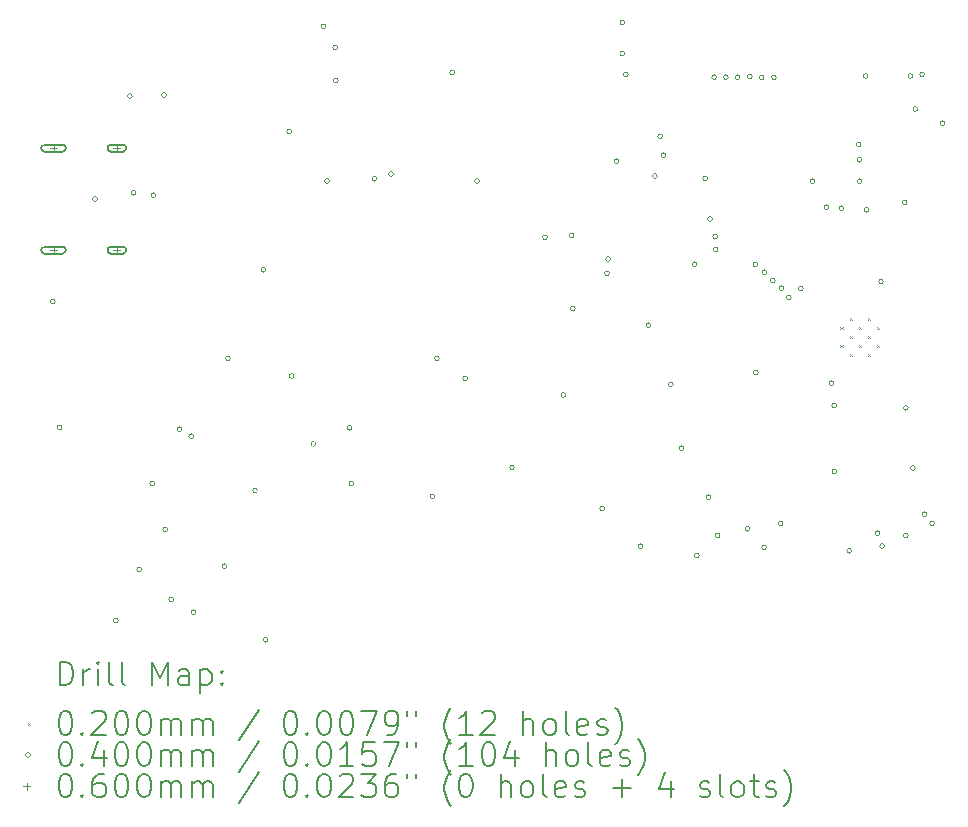
<source format=gbr>
%TF.GenerationSoftware,KiCad,Pcbnew,7.0.1*%
%TF.CreationDate,2023-03-18T00:09:39+00:00*%
%TF.ProjectId,ImogenWren,496d6f67-656e-4577-9265-6e2e6b696361,rev?*%
%TF.SameCoordinates,Original*%
%TF.FileFunction,Drillmap*%
%TF.FilePolarity,Positive*%
%FSLAX45Y45*%
G04 Gerber Fmt 4.5, Leading zero omitted, Abs format (unit mm)*
G04 Created by KiCad (PCBNEW 7.0.1) date 2023-03-18 00:09:39*
%MOMM*%
%LPD*%
G01*
G04 APERTURE LIST*
%ADD10C,0.200000*%
%ADD11C,0.020000*%
%ADD12C,0.040000*%
%ADD13C,0.060000*%
G04 APERTURE END LIST*
D10*
D11*
X18037000Y-9421750D02*
X18057000Y-9441750D01*
X18057000Y-9421750D02*
X18037000Y-9441750D01*
X18037000Y-9574250D02*
X18057000Y-9594250D01*
X18057000Y-9574250D02*
X18037000Y-9594250D01*
X18113250Y-9345500D02*
X18133250Y-9365500D01*
X18133250Y-9345500D02*
X18113250Y-9365500D01*
X18113250Y-9498000D02*
X18133250Y-9518000D01*
X18133250Y-9498000D02*
X18113250Y-9518000D01*
X18113250Y-9650500D02*
X18133250Y-9670500D01*
X18133250Y-9650500D02*
X18113250Y-9670500D01*
X18189500Y-9421750D02*
X18209500Y-9441750D01*
X18209500Y-9421750D02*
X18189500Y-9441750D01*
X18189500Y-9574250D02*
X18209500Y-9594250D01*
X18209500Y-9574250D02*
X18189500Y-9594250D01*
X18265750Y-9345500D02*
X18285750Y-9365500D01*
X18285750Y-9345500D02*
X18265750Y-9365500D01*
X18265750Y-9498000D02*
X18285750Y-9518000D01*
X18285750Y-9498000D02*
X18265750Y-9518000D01*
X18265750Y-9650500D02*
X18285750Y-9670500D01*
X18285750Y-9650500D02*
X18265750Y-9670500D01*
X18342000Y-9421750D02*
X18362000Y-9441750D01*
X18362000Y-9421750D02*
X18342000Y-9441750D01*
X18342000Y-9574250D02*
X18362000Y-9594250D01*
X18362000Y-9574250D02*
X18342000Y-9594250D01*
D12*
X11387500Y-9207500D02*
G75*
G03*
X11387500Y-9207500I-20000J0D01*
G01*
X11445000Y-10275000D02*
G75*
G03*
X11445000Y-10275000I-20000J0D01*
G01*
X11745017Y-8341017D02*
G75*
G03*
X11745017Y-8341017I-20000J0D01*
G01*
X11920000Y-11910000D02*
G75*
G03*
X11920000Y-11910000I-20000J0D01*
G01*
X12040000Y-7470000D02*
G75*
G03*
X12040000Y-7470000I-20000J0D01*
G01*
X12070000Y-8290000D02*
G75*
G03*
X12070000Y-8290000I-20000J0D01*
G01*
X12120000Y-11480000D02*
G75*
G03*
X12120000Y-11480000I-20000J0D01*
G01*
X12230375Y-10749625D02*
G75*
G03*
X12230375Y-10749625I-20000J0D01*
G01*
X12240000Y-8310000D02*
G75*
G03*
X12240000Y-8310000I-20000J0D01*
G01*
X12330000Y-7460000D02*
G75*
G03*
X12330000Y-7460000I-20000J0D01*
G01*
X12340000Y-11140000D02*
G75*
G03*
X12340000Y-11140000I-20000J0D01*
G01*
X12389900Y-11733740D02*
G75*
G03*
X12389900Y-11733740I-20000J0D01*
G01*
X12460050Y-10290580D02*
G75*
G03*
X12460050Y-10290580I-20000J0D01*
G01*
X12560000Y-10350000D02*
G75*
G03*
X12560000Y-10350000I-20000J0D01*
G01*
X12580000Y-11840000D02*
G75*
G03*
X12580000Y-11840000I-20000J0D01*
G01*
X12840000Y-11450000D02*
G75*
G03*
X12840000Y-11450000I-20000J0D01*
G01*
X12870168Y-9690168D02*
G75*
G03*
X12870168Y-9690168I-20000J0D01*
G01*
X13100000Y-10810000D02*
G75*
G03*
X13100000Y-10810000I-20000J0D01*
G01*
X13170000Y-8940252D02*
G75*
G03*
X13170000Y-8940252I-20000J0D01*
G01*
X13190000Y-12073000D02*
G75*
G03*
X13190000Y-12073000I-20000J0D01*
G01*
X13390000Y-7770000D02*
G75*
G03*
X13390000Y-7770000I-20000J0D01*
G01*
X13410000Y-9840000D02*
G75*
G03*
X13410000Y-9840000I-20000J0D01*
G01*
X13593002Y-10414950D02*
G75*
G03*
X13593002Y-10414950I-20000J0D01*
G01*
X13680000Y-6880000D02*
G75*
G03*
X13680000Y-6880000I-20000J0D01*
G01*
X13710000Y-8190000D02*
G75*
G03*
X13710000Y-8190000I-20000J0D01*
G01*
X13778700Y-7059950D02*
G75*
G03*
X13778700Y-7059950I-20000J0D01*
G01*
X13783700Y-7340000D02*
G75*
G03*
X13783700Y-7340000I-20000J0D01*
G01*
X13900000Y-10280000D02*
G75*
G03*
X13900000Y-10280000I-20000J0D01*
G01*
X13916600Y-10750000D02*
G75*
G03*
X13916600Y-10750000I-20000J0D01*
G01*
X14110000Y-8170000D02*
G75*
G03*
X14110000Y-8170000I-20000J0D01*
G01*
X14251500Y-8128500D02*
G75*
G03*
X14251500Y-8128500I-20000J0D01*
G01*
X14601400Y-10858600D02*
G75*
G03*
X14601400Y-10858600I-20000J0D01*
G01*
X14640000Y-9690000D02*
G75*
G03*
X14640000Y-9690000I-20000J0D01*
G01*
X14770000Y-7270000D02*
G75*
G03*
X14770000Y-7270000I-20000J0D01*
G01*
X14880000Y-9860000D02*
G75*
G03*
X14880000Y-9860000I-20000J0D01*
G01*
X14979697Y-8190000D02*
G75*
G03*
X14979697Y-8190000I-20000J0D01*
G01*
X15275850Y-10615050D02*
G75*
G03*
X15275850Y-10615050I-20000J0D01*
G01*
X15555375Y-8665375D02*
G75*
G03*
X15555375Y-8665375I-20000J0D01*
G01*
X15710000Y-10001500D02*
G75*
G03*
X15710000Y-10001500I-20000J0D01*
G01*
X15780000Y-8650000D02*
G75*
G03*
X15780000Y-8650000I-20000J0D01*
G01*
X15790425Y-9270425D02*
G75*
G03*
X15790425Y-9270425I-20000J0D01*
G01*
X16040000Y-10960000D02*
G75*
G03*
X16040000Y-10960000I-20000J0D01*
G01*
X16080000Y-8970000D02*
G75*
G03*
X16080000Y-8970000I-20000J0D01*
G01*
X16090000Y-8850000D02*
G75*
G03*
X16090000Y-8850000I-20000J0D01*
G01*
X16160000Y-8020000D02*
G75*
G03*
X16160000Y-8020000I-20000J0D01*
G01*
X16210000Y-6846500D02*
G75*
G03*
X16210000Y-6846500I-20000J0D01*
G01*
X16210000Y-7110000D02*
G75*
G03*
X16210000Y-7110000I-20000J0D01*
G01*
X16238067Y-7287160D02*
G75*
G03*
X16238067Y-7287160I-20000J0D01*
G01*
X16365000Y-11280000D02*
G75*
G03*
X16365000Y-11280000I-20000J0D01*
G01*
X16430000Y-9410000D02*
G75*
G03*
X16430000Y-9410000I-20000J0D01*
G01*
X16485050Y-8147114D02*
G75*
G03*
X16485050Y-8147114I-20000J0D01*
G01*
X16530000Y-7810000D02*
G75*
G03*
X16530000Y-7810000I-20000J0D01*
G01*
X16560000Y-7970000D02*
G75*
G03*
X16560000Y-7970000I-20000J0D01*
G01*
X16620000Y-9910000D02*
G75*
G03*
X16620000Y-9910000I-20000J0D01*
G01*
X16710000Y-10450000D02*
G75*
G03*
X16710000Y-10450000I-20000J0D01*
G01*
X16822936Y-8893465D02*
G75*
G03*
X16822936Y-8893465I-20000J0D01*
G01*
X16840000Y-11360000D02*
G75*
G03*
X16840000Y-11360000I-20000J0D01*
G01*
X16912161Y-8166361D02*
G75*
G03*
X16912161Y-8166361I-20000J0D01*
G01*
X16940000Y-10864950D02*
G75*
G03*
X16940000Y-10864950I-20000J0D01*
G01*
X16952076Y-8510085D02*
G75*
G03*
X16952076Y-8510085I-20000J0D01*
G01*
X16987061Y-7309996D02*
G75*
G03*
X16987061Y-7309996I-20000J0D01*
G01*
X16995658Y-8659662D02*
G75*
G03*
X16995658Y-8659662I-20000J0D01*
G01*
X17000000Y-8770000D02*
G75*
G03*
X17000000Y-8770000I-20000J0D01*
G01*
X17016045Y-11189495D02*
G75*
G03*
X17016045Y-11189495I-20000J0D01*
G01*
X17087011Y-7310143D02*
G75*
G03*
X17087011Y-7310143I-20000J0D01*
G01*
X17186961Y-7309765D02*
G75*
G03*
X17186961Y-7309765I-20000J0D01*
G01*
X17267878Y-11133874D02*
G75*
G03*
X17267878Y-11133874I-20000J0D01*
G01*
X17289706Y-7304950D02*
G75*
G03*
X17289706Y-7304950I-20000J0D01*
G01*
X17337004Y-8894962D02*
G75*
G03*
X17337004Y-8894962I-20000J0D01*
G01*
X17340000Y-9810000D02*
G75*
G03*
X17340000Y-9810000I-20000J0D01*
G01*
X17389323Y-7313099D02*
G75*
G03*
X17389323Y-7313099I-20000J0D01*
G01*
X17410000Y-11290000D02*
G75*
G03*
X17410000Y-11290000I-20000J0D01*
G01*
X17412044Y-8960985D02*
G75*
G03*
X17412044Y-8960985I-20000J0D01*
G01*
X17483170Y-9031207D02*
G75*
G03*
X17483170Y-9031207I-20000J0D01*
G01*
X17493624Y-7311405D02*
G75*
G03*
X17493624Y-7311405I-20000J0D01*
G01*
X17550000Y-11090000D02*
G75*
G03*
X17550000Y-11090000I-20000J0D01*
G01*
X17558596Y-9096789D02*
G75*
G03*
X17558596Y-9096789I-20000J0D01*
G01*
X17620149Y-9175537D02*
G75*
G03*
X17620149Y-9175537I-20000J0D01*
G01*
X17720000Y-9100000D02*
G75*
G03*
X17720000Y-9100000I-20000J0D01*
G01*
X17820000Y-8190000D02*
G75*
G03*
X17820000Y-8190000I-20000J0D01*
G01*
X17937500Y-8410000D02*
G75*
G03*
X17937500Y-8410000I-20000J0D01*
G01*
X17980000Y-9900000D02*
G75*
G03*
X17980000Y-9900000I-20000J0D01*
G01*
X18004950Y-10090000D02*
G75*
G03*
X18004950Y-10090000I-20000J0D01*
G01*
X18004950Y-10650000D02*
G75*
G03*
X18004950Y-10650000I-20000J0D01*
G01*
X18064500Y-8420000D02*
G75*
G03*
X18064500Y-8420000I-20000J0D01*
G01*
X18130000Y-11320000D02*
G75*
G03*
X18130000Y-11320000I-20000J0D01*
G01*
X18210000Y-7880000D02*
G75*
G03*
X18210000Y-7880000I-20000J0D01*
G01*
X18216150Y-8010000D02*
G75*
G03*
X18216150Y-8010000I-20000J0D01*
G01*
X18220000Y-8190000D02*
G75*
G03*
X18220000Y-8190000I-20000J0D01*
G01*
X18270000Y-7300000D02*
G75*
G03*
X18270000Y-7300000I-20000J0D01*
G01*
X18276282Y-8432277D02*
G75*
G03*
X18276282Y-8432277I-20000J0D01*
G01*
X18370000Y-11170000D02*
G75*
G03*
X18370000Y-11170000I-20000J0D01*
G01*
X18400000Y-9040000D02*
G75*
G03*
X18400000Y-9040000I-20000J0D01*
G01*
X18410000Y-11280000D02*
G75*
G03*
X18410000Y-11280000I-20000J0D01*
G01*
X18600000Y-8370000D02*
G75*
G03*
X18600000Y-8370000I-20000J0D01*
G01*
X18610000Y-10110000D02*
G75*
G03*
X18610000Y-10110000I-20000J0D01*
G01*
X18610000Y-11190000D02*
G75*
G03*
X18610000Y-11190000I-20000J0D01*
G01*
X18648998Y-7300143D02*
G75*
G03*
X18648998Y-7300143I-20000J0D01*
G01*
X18670000Y-10620000D02*
G75*
G03*
X18670000Y-10620000I-20000J0D01*
G01*
X18690000Y-7580000D02*
G75*
G03*
X18690000Y-7580000I-20000J0D01*
G01*
X18747950Y-7286055D02*
G75*
G03*
X18747950Y-7286055I-20000J0D01*
G01*
X18769622Y-11009537D02*
G75*
G03*
X18769622Y-11009537I-20000J0D01*
G01*
X18832901Y-11086905D02*
G75*
G03*
X18832901Y-11086905I-20000J0D01*
G01*
X18920000Y-7700000D02*
G75*
G03*
X18920000Y-7700000I-20000J0D01*
G01*
D13*
X11374000Y-7880000D02*
X11374000Y-7940000D01*
X11344000Y-7910000D02*
X11404000Y-7910000D01*
D10*
X11299000Y-7940000D02*
X11449000Y-7940000D01*
X11449000Y-7940000D02*
G75*
G03*
X11449000Y-7880000I0J30000D01*
G01*
X11449000Y-7880000D02*
X11299000Y-7880000D01*
X11299000Y-7880000D02*
G75*
G03*
X11299000Y-7940000I0J-30000D01*
G01*
D13*
X11374000Y-8744000D02*
X11374000Y-8804000D01*
X11344000Y-8774000D02*
X11404000Y-8774000D01*
D10*
X11299000Y-8804000D02*
X11449000Y-8804000D01*
X11449000Y-8804000D02*
G75*
G03*
X11449000Y-8744000I0J30000D01*
G01*
X11449000Y-8744000D02*
X11299000Y-8744000D01*
X11299000Y-8744000D02*
G75*
G03*
X11299000Y-8804000I0J-30000D01*
G01*
D13*
X11910000Y-7880000D02*
X11910000Y-7940000D01*
X11880000Y-7910000D02*
X11940000Y-7910000D01*
D10*
X11860000Y-7940000D02*
X11960000Y-7940000D01*
X11960000Y-7940000D02*
G75*
G03*
X11960000Y-7880000I0J30000D01*
G01*
X11960000Y-7880000D02*
X11860000Y-7880000D01*
X11860000Y-7880000D02*
G75*
G03*
X11860000Y-7940000I0J-30000D01*
G01*
D13*
X11910000Y-8744000D02*
X11910000Y-8804000D01*
X11880000Y-8774000D02*
X11940000Y-8774000D01*
D10*
X11860000Y-8804000D02*
X11960000Y-8804000D01*
X11960000Y-8804000D02*
G75*
G03*
X11960000Y-8744000I0J30000D01*
G01*
X11960000Y-8744000D02*
X11860000Y-8744000D01*
X11860000Y-8744000D02*
G75*
G03*
X11860000Y-8804000I0J-30000D01*
G01*
X11426619Y-12457524D02*
X11426619Y-12257524D01*
X11426619Y-12257524D02*
X11474238Y-12257524D01*
X11474238Y-12257524D02*
X11502809Y-12267048D01*
X11502809Y-12267048D02*
X11521857Y-12286095D01*
X11521857Y-12286095D02*
X11531381Y-12305143D01*
X11531381Y-12305143D02*
X11540905Y-12343238D01*
X11540905Y-12343238D02*
X11540905Y-12371809D01*
X11540905Y-12371809D02*
X11531381Y-12409905D01*
X11531381Y-12409905D02*
X11521857Y-12428952D01*
X11521857Y-12428952D02*
X11502809Y-12448000D01*
X11502809Y-12448000D02*
X11474238Y-12457524D01*
X11474238Y-12457524D02*
X11426619Y-12457524D01*
X11626619Y-12457524D02*
X11626619Y-12324190D01*
X11626619Y-12362286D02*
X11636143Y-12343238D01*
X11636143Y-12343238D02*
X11645666Y-12333714D01*
X11645666Y-12333714D02*
X11664714Y-12324190D01*
X11664714Y-12324190D02*
X11683762Y-12324190D01*
X11750428Y-12457524D02*
X11750428Y-12324190D01*
X11750428Y-12257524D02*
X11740905Y-12267048D01*
X11740905Y-12267048D02*
X11750428Y-12276571D01*
X11750428Y-12276571D02*
X11759952Y-12267048D01*
X11759952Y-12267048D02*
X11750428Y-12257524D01*
X11750428Y-12257524D02*
X11750428Y-12276571D01*
X11874238Y-12457524D02*
X11855190Y-12448000D01*
X11855190Y-12448000D02*
X11845666Y-12428952D01*
X11845666Y-12428952D02*
X11845666Y-12257524D01*
X11979000Y-12457524D02*
X11959952Y-12448000D01*
X11959952Y-12448000D02*
X11950428Y-12428952D01*
X11950428Y-12428952D02*
X11950428Y-12257524D01*
X12207571Y-12457524D02*
X12207571Y-12257524D01*
X12207571Y-12257524D02*
X12274238Y-12400381D01*
X12274238Y-12400381D02*
X12340905Y-12257524D01*
X12340905Y-12257524D02*
X12340905Y-12457524D01*
X12521857Y-12457524D02*
X12521857Y-12352762D01*
X12521857Y-12352762D02*
X12512333Y-12333714D01*
X12512333Y-12333714D02*
X12493286Y-12324190D01*
X12493286Y-12324190D02*
X12455190Y-12324190D01*
X12455190Y-12324190D02*
X12436143Y-12333714D01*
X12521857Y-12448000D02*
X12502809Y-12457524D01*
X12502809Y-12457524D02*
X12455190Y-12457524D01*
X12455190Y-12457524D02*
X12436143Y-12448000D01*
X12436143Y-12448000D02*
X12426619Y-12428952D01*
X12426619Y-12428952D02*
X12426619Y-12409905D01*
X12426619Y-12409905D02*
X12436143Y-12390857D01*
X12436143Y-12390857D02*
X12455190Y-12381333D01*
X12455190Y-12381333D02*
X12502809Y-12381333D01*
X12502809Y-12381333D02*
X12521857Y-12371809D01*
X12617095Y-12324190D02*
X12617095Y-12524190D01*
X12617095Y-12333714D02*
X12636143Y-12324190D01*
X12636143Y-12324190D02*
X12674238Y-12324190D01*
X12674238Y-12324190D02*
X12693286Y-12333714D01*
X12693286Y-12333714D02*
X12702809Y-12343238D01*
X12702809Y-12343238D02*
X12712333Y-12362286D01*
X12712333Y-12362286D02*
X12712333Y-12419428D01*
X12712333Y-12419428D02*
X12702809Y-12438476D01*
X12702809Y-12438476D02*
X12693286Y-12448000D01*
X12693286Y-12448000D02*
X12674238Y-12457524D01*
X12674238Y-12457524D02*
X12636143Y-12457524D01*
X12636143Y-12457524D02*
X12617095Y-12448000D01*
X12798047Y-12438476D02*
X12807571Y-12448000D01*
X12807571Y-12448000D02*
X12798047Y-12457524D01*
X12798047Y-12457524D02*
X12788524Y-12448000D01*
X12788524Y-12448000D02*
X12798047Y-12438476D01*
X12798047Y-12438476D02*
X12798047Y-12457524D01*
X12798047Y-12333714D02*
X12807571Y-12343238D01*
X12807571Y-12343238D02*
X12798047Y-12352762D01*
X12798047Y-12352762D02*
X12788524Y-12343238D01*
X12788524Y-12343238D02*
X12798047Y-12333714D01*
X12798047Y-12333714D02*
X12798047Y-12352762D01*
D11*
X11159000Y-12775000D02*
X11179000Y-12795000D01*
X11179000Y-12775000D02*
X11159000Y-12795000D01*
D10*
X11464714Y-12677524D02*
X11483762Y-12677524D01*
X11483762Y-12677524D02*
X11502809Y-12687048D01*
X11502809Y-12687048D02*
X11512333Y-12696571D01*
X11512333Y-12696571D02*
X11521857Y-12715619D01*
X11521857Y-12715619D02*
X11531381Y-12753714D01*
X11531381Y-12753714D02*
X11531381Y-12801333D01*
X11531381Y-12801333D02*
X11521857Y-12839428D01*
X11521857Y-12839428D02*
X11512333Y-12858476D01*
X11512333Y-12858476D02*
X11502809Y-12868000D01*
X11502809Y-12868000D02*
X11483762Y-12877524D01*
X11483762Y-12877524D02*
X11464714Y-12877524D01*
X11464714Y-12877524D02*
X11445666Y-12868000D01*
X11445666Y-12868000D02*
X11436143Y-12858476D01*
X11436143Y-12858476D02*
X11426619Y-12839428D01*
X11426619Y-12839428D02*
X11417095Y-12801333D01*
X11417095Y-12801333D02*
X11417095Y-12753714D01*
X11417095Y-12753714D02*
X11426619Y-12715619D01*
X11426619Y-12715619D02*
X11436143Y-12696571D01*
X11436143Y-12696571D02*
X11445666Y-12687048D01*
X11445666Y-12687048D02*
X11464714Y-12677524D01*
X11617095Y-12858476D02*
X11626619Y-12868000D01*
X11626619Y-12868000D02*
X11617095Y-12877524D01*
X11617095Y-12877524D02*
X11607571Y-12868000D01*
X11607571Y-12868000D02*
X11617095Y-12858476D01*
X11617095Y-12858476D02*
X11617095Y-12877524D01*
X11702809Y-12696571D02*
X11712333Y-12687048D01*
X11712333Y-12687048D02*
X11731381Y-12677524D01*
X11731381Y-12677524D02*
X11779000Y-12677524D01*
X11779000Y-12677524D02*
X11798047Y-12687048D01*
X11798047Y-12687048D02*
X11807571Y-12696571D01*
X11807571Y-12696571D02*
X11817095Y-12715619D01*
X11817095Y-12715619D02*
X11817095Y-12734667D01*
X11817095Y-12734667D02*
X11807571Y-12763238D01*
X11807571Y-12763238D02*
X11693286Y-12877524D01*
X11693286Y-12877524D02*
X11817095Y-12877524D01*
X11940905Y-12677524D02*
X11959952Y-12677524D01*
X11959952Y-12677524D02*
X11979000Y-12687048D01*
X11979000Y-12687048D02*
X11988524Y-12696571D01*
X11988524Y-12696571D02*
X11998047Y-12715619D01*
X11998047Y-12715619D02*
X12007571Y-12753714D01*
X12007571Y-12753714D02*
X12007571Y-12801333D01*
X12007571Y-12801333D02*
X11998047Y-12839428D01*
X11998047Y-12839428D02*
X11988524Y-12858476D01*
X11988524Y-12858476D02*
X11979000Y-12868000D01*
X11979000Y-12868000D02*
X11959952Y-12877524D01*
X11959952Y-12877524D02*
X11940905Y-12877524D01*
X11940905Y-12877524D02*
X11921857Y-12868000D01*
X11921857Y-12868000D02*
X11912333Y-12858476D01*
X11912333Y-12858476D02*
X11902809Y-12839428D01*
X11902809Y-12839428D02*
X11893286Y-12801333D01*
X11893286Y-12801333D02*
X11893286Y-12753714D01*
X11893286Y-12753714D02*
X11902809Y-12715619D01*
X11902809Y-12715619D02*
X11912333Y-12696571D01*
X11912333Y-12696571D02*
X11921857Y-12687048D01*
X11921857Y-12687048D02*
X11940905Y-12677524D01*
X12131381Y-12677524D02*
X12150428Y-12677524D01*
X12150428Y-12677524D02*
X12169476Y-12687048D01*
X12169476Y-12687048D02*
X12179000Y-12696571D01*
X12179000Y-12696571D02*
X12188524Y-12715619D01*
X12188524Y-12715619D02*
X12198047Y-12753714D01*
X12198047Y-12753714D02*
X12198047Y-12801333D01*
X12198047Y-12801333D02*
X12188524Y-12839428D01*
X12188524Y-12839428D02*
X12179000Y-12858476D01*
X12179000Y-12858476D02*
X12169476Y-12868000D01*
X12169476Y-12868000D02*
X12150428Y-12877524D01*
X12150428Y-12877524D02*
X12131381Y-12877524D01*
X12131381Y-12877524D02*
X12112333Y-12868000D01*
X12112333Y-12868000D02*
X12102809Y-12858476D01*
X12102809Y-12858476D02*
X12093286Y-12839428D01*
X12093286Y-12839428D02*
X12083762Y-12801333D01*
X12083762Y-12801333D02*
X12083762Y-12753714D01*
X12083762Y-12753714D02*
X12093286Y-12715619D01*
X12093286Y-12715619D02*
X12102809Y-12696571D01*
X12102809Y-12696571D02*
X12112333Y-12687048D01*
X12112333Y-12687048D02*
X12131381Y-12677524D01*
X12283762Y-12877524D02*
X12283762Y-12744190D01*
X12283762Y-12763238D02*
X12293286Y-12753714D01*
X12293286Y-12753714D02*
X12312333Y-12744190D01*
X12312333Y-12744190D02*
X12340905Y-12744190D01*
X12340905Y-12744190D02*
X12359952Y-12753714D01*
X12359952Y-12753714D02*
X12369476Y-12772762D01*
X12369476Y-12772762D02*
X12369476Y-12877524D01*
X12369476Y-12772762D02*
X12379000Y-12753714D01*
X12379000Y-12753714D02*
X12398047Y-12744190D01*
X12398047Y-12744190D02*
X12426619Y-12744190D01*
X12426619Y-12744190D02*
X12445667Y-12753714D01*
X12445667Y-12753714D02*
X12455190Y-12772762D01*
X12455190Y-12772762D02*
X12455190Y-12877524D01*
X12550428Y-12877524D02*
X12550428Y-12744190D01*
X12550428Y-12763238D02*
X12559952Y-12753714D01*
X12559952Y-12753714D02*
X12579000Y-12744190D01*
X12579000Y-12744190D02*
X12607571Y-12744190D01*
X12607571Y-12744190D02*
X12626619Y-12753714D01*
X12626619Y-12753714D02*
X12636143Y-12772762D01*
X12636143Y-12772762D02*
X12636143Y-12877524D01*
X12636143Y-12772762D02*
X12645667Y-12753714D01*
X12645667Y-12753714D02*
X12664714Y-12744190D01*
X12664714Y-12744190D02*
X12693286Y-12744190D01*
X12693286Y-12744190D02*
X12712333Y-12753714D01*
X12712333Y-12753714D02*
X12721857Y-12772762D01*
X12721857Y-12772762D02*
X12721857Y-12877524D01*
X13112333Y-12668000D02*
X12940905Y-12925143D01*
X13369476Y-12677524D02*
X13388524Y-12677524D01*
X13388524Y-12677524D02*
X13407571Y-12687048D01*
X13407571Y-12687048D02*
X13417095Y-12696571D01*
X13417095Y-12696571D02*
X13426619Y-12715619D01*
X13426619Y-12715619D02*
X13436143Y-12753714D01*
X13436143Y-12753714D02*
X13436143Y-12801333D01*
X13436143Y-12801333D02*
X13426619Y-12839428D01*
X13426619Y-12839428D02*
X13417095Y-12858476D01*
X13417095Y-12858476D02*
X13407571Y-12868000D01*
X13407571Y-12868000D02*
X13388524Y-12877524D01*
X13388524Y-12877524D02*
X13369476Y-12877524D01*
X13369476Y-12877524D02*
X13350429Y-12868000D01*
X13350429Y-12868000D02*
X13340905Y-12858476D01*
X13340905Y-12858476D02*
X13331381Y-12839428D01*
X13331381Y-12839428D02*
X13321857Y-12801333D01*
X13321857Y-12801333D02*
X13321857Y-12753714D01*
X13321857Y-12753714D02*
X13331381Y-12715619D01*
X13331381Y-12715619D02*
X13340905Y-12696571D01*
X13340905Y-12696571D02*
X13350429Y-12687048D01*
X13350429Y-12687048D02*
X13369476Y-12677524D01*
X13521857Y-12858476D02*
X13531381Y-12868000D01*
X13531381Y-12868000D02*
X13521857Y-12877524D01*
X13521857Y-12877524D02*
X13512333Y-12868000D01*
X13512333Y-12868000D02*
X13521857Y-12858476D01*
X13521857Y-12858476D02*
X13521857Y-12877524D01*
X13655190Y-12677524D02*
X13674238Y-12677524D01*
X13674238Y-12677524D02*
X13693286Y-12687048D01*
X13693286Y-12687048D02*
X13702810Y-12696571D01*
X13702810Y-12696571D02*
X13712333Y-12715619D01*
X13712333Y-12715619D02*
X13721857Y-12753714D01*
X13721857Y-12753714D02*
X13721857Y-12801333D01*
X13721857Y-12801333D02*
X13712333Y-12839428D01*
X13712333Y-12839428D02*
X13702810Y-12858476D01*
X13702810Y-12858476D02*
X13693286Y-12868000D01*
X13693286Y-12868000D02*
X13674238Y-12877524D01*
X13674238Y-12877524D02*
X13655190Y-12877524D01*
X13655190Y-12877524D02*
X13636143Y-12868000D01*
X13636143Y-12868000D02*
X13626619Y-12858476D01*
X13626619Y-12858476D02*
X13617095Y-12839428D01*
X13617095Y-12839428D02*
X13607571Y-12801333D01*
X13607571Y-12801333D02*
X13607571Y-12753714D01*
X13607571Y-12753714D02*
X13617095Y-12715619D01*
X13617095Y-12715619D02*
X13626619Y-12696571D01*
X13626619Y-12696571D02*
X13636143Y-12687048D01*
X13636143Y-12687048D02*
X13655190Y-12677524D01*
X13845667Y-12677524D02*
X13864714Y-12677524D01*
X13864714Y-12677524D02*
X13883762Y-12687048D01*
X13883762Y-12687048D02*
X13893286Y-12696571D01*
X13893286Y-12696571D02*
X13902810Y-12715619D01*
X13902810Y-12715619D02*
X13912333Y-12753714D01*
X13912333Y-12753714D02*
X13912333Y-12801333D01*
X13912333Y-12801333D02*
X13902810Y-12839428D01*
X13902810Y-12839428D02*
X13893286Y-12858476D01*
X13893286Y-12858476D02*
X13883762Y-12868000D01*
X13883762Y-12868000D02*
X13864714Y-12877524D01*
X13864714Y-12877524D02*
X13845667Y-12877524D01*
X13845667Y-12877524D02*
X13826619Y-12868000D01*
X13826619Y-12868000D02*
X13817095Y-12858476D01*
X13817095Y-12858476D02*
X13807571Y-12839428D01*
X13807571Y-12839428D02*
X13798048Y-12801333D01*
X13798048Y-12801333D02*
X13798048Y-12753714D01*
X13798048Y-12753714D02*
X13807571Y-12715619D01*
X13807571Y-12715619D02*
X13817095Y-12696571D01*
X13817095Y-12696571D02*
X13826619Y-12687048D01*
X13826619Y-12687048D02*
X13845667Y-12677524D01*
X13979000Y-12677524D02*
X14112333Y-12677524D01*
X14112333Y-12677524D02*
X14026619Y-12877524D01*
X14198048Y-12877524D02*
X14236143Y-12877524D01*
X14236143Y-12877524D02*
X14255191Y-12868000D01*
X14255191Y-12868000D02*
X14264714Y-12858476D01*
X14264714Y-12858476D02*
X14283762Y-12829905D01*
X14283762Y-12829905D02*
X14293286Y-12791809D01*
X14293286Y-12791809D02*
X14293286Y-12715619D01*
X14293286Y-12715619D02*
X14283762Y-12696571D01*
X14283762Y-12696571D02*
X14274238Y-12687048D01*
X14274238Y-12687048D02*
X14255191Y-12677524D01*
X14255191Y-12677524D02*
X14217095Y-12677524D01*
X14217095Y-12677524D02*
X14198048Y-12687048D01*
X14198048Y-12687048D02*
X14188524Y-12696571D01*
X14188524Y-12696571D02*
X14179000Y-12715619D01*
X14179000Y-12715619D02*
X14179000Y-12763238D01*
X14179000Y-12763238D02*
X14188524Y-12782286D01*
X14188524Y-12782286D02*
X14198048Y-12791809D01*
X14198048Y-12791809D02*
X14217095Y-12801333D01*
X14217095Y-12801333D02*
X14255191Y-12801333D01*
X14255191Y-12801333D02*
X14274238Y-12791809D01*
X14274238Y-12791809D02*
X14283762Y-12782286D01*
X14283762Y-12782286D02*
X14293286Y-12763238D01*
X14369476Y-12677524D02*
X14369476Y-12715619D01*
X14445667Y-12677524D02*
X14445667Y-12715619D01*
X14740905Y-12953714D02*
X14731381Y-12944190D01*
X14731381Y-12944190D02*
X14712333Y-12915619D01*
X14712333Y-12915619D02*
X14702810Y-12896571D01*
X14702810Y-12896571D02*
X14693286Y-12868000D01*
X14693286Y-12868000D02*
X14683762Y-12820381D01*
X14683762Y-12820381D02*
X14683762Y-12782286D01*
X14683762Y-12782286D02*
X14693286Y-12734667D01*
X14693286Y-12734667D02*
X14702810Y-12706095D01*
X14702810Y-12706095D02*
X14712333Y-12687048D01*
X14712333Y-12687048D02*
X14731381Y-12658476D01*
X14731381Y-12658476D02*
X14740905Y-12648952D01*
X14921857Y-12877524D02*
X14807572Y-12877524D01*
X14864714Y-12877524D02*
X14864714Y-12677524D01*
X14864714Y-12677524D02*
X14845667Y-12706095D01*
X14845667Y-12706095D02*
X14826619Y-12725143D01*
X14826619Y-12725143D02*
X14807572Y-12734667D01*
X14998048Y-12696571D02*
X15007572Y-12687048D01*
X15007572Y-12687048D02*
X15026619Y-12677524D01*
X15026619Y-12677524D02*
X15074238Y-12677524D01*
X15074238Y-12677524D02*
X15093286Y-12687048D01*
X15093286Y-12687048D02*
X15102810Y-12696571D01*
X15102810Y-12696571D02*
X15112333Y-12715619D01*
X15112333Y-12715619D02*
X15112333Y-12734667D01*
X15112333Y-12734667D02*
X15102810Y-12763238D01*
X15102810Y-12763238D02*
X14988524Y-12877524D01*
X14988524Y-12877524D02*
X15112333Y-12877524D01*
X15350429Y-12877524D02*
X15350429Y-12677524D01*
X15436143Y-12877524D02*
X15436143Y-12772762D01*
X15436143Y-12772762D02*
X15426619Y-12753714D01*
X15426619Y-12753714D02*
X15407572Y-12744190D01*
X15407572Y-12744190D02*
X15379000Y-12744190D01*
X15379000Y-12744190D02*
X15359953Y-12753714D01*
X15359953Y-12753714D02*
X15350429Y-12763238D01*
X15559953Y-12877524D02*
X15540905Y-12868000D01*
X15540905Y-12868000D02*
X15531381Y-12858476D01*
X15531381Y-12858476D02*
X15521857Y-12839428D01*
X15521857Y-12839428D02*
X15521857Y-12782286D01*
X15521857Y-12782286D02*
X15531381Y-12763238D01*
X15531381Y-12763238D02*
X15540905Y-12753714D01*
X15540905Y-12753714D02*
X15559953Y-12744190D01*
X15559953Y-12744190D02*
X15588524Y-12744190D01*
X15588524Y-12744190D02*
X15607572Y-12753714D01*
X15607572Y-12753714D02*
X15617095Y-12763238D01*
X15617095Y-12763238D02*
X15626619Y-12782286D01*
X15626619Y-12782286D02*
X15626619Y-12839428D01*
X15626619Y-12839428D02*
X15617095Y-12858476D01*
X15617095Y-12858476D02*
X15607572Y-12868000D01*
X15607572Y-12868000D02*
X15588524Y-12877524D01*
X15588524Y-12877524D02*
X15559953Y-12877524D01*
X15740905Y-12877524D02*
X15721857Y-12868000D01*
X15721857Y-12868000D02*
X15712334Y-12848952D01*
X15712334Y-12848952D02*
X15712334Y-12677524D01*
X15893286Y-12868000D02*
X15874238Y-12877524D01*
X15874238Y-12877524D02*
X15836143Y-12877524D01*
X15836143Y-12877524D02*
X15817095Y-12868000D01*
X15817095Y-12868000D02*
X15807572Y-12848952D01*
X15807572Y-12848952D02*
X15807572Y-12772762D01*
X15807572Y-12772762D02*
X15817095Y-12753714D01*
X15817095Y-12753714D02*
X15836143Y-12744190D01*
X15836143Y-12744190D02*
X15874238Y-12744190D01*
X15874238Y-12744190D02*
X15893286Y-12753714D01*
X15893286Y-12753714D02*
X15902810Y-12772762D01*
X15902810Y-12772762D02*
X15902810Y-12791809D01*
X15902810Y-12791809D02*
X15807572Y-12810857D01*
X15979000Y-12868000D02*
X15998048Y-12877524D01*
X15998048Y-12877524D02*
X16036143Y-12877524D01*
X16036143Y-12877524D02*
X16055191Y-12868000D01*
X16055191Y-12868000D02*
X16064715Y-12848952D01*
X16064715Y-12848952D02*
X16064715Y-12839428D01*
X16064715Y-12839428D02*
X16055191Y-12820381D01*
X16055191Y-12820381D02*
X16036143Y-12810857D01*
X16036143Y-12810857D02*
X16007572Y-12810857D01*
X16007572Y-12810857D02*
X15988524Y-12801333D01*
X15988524Y-12801333D02*
X15979000Y-12782286D01*
X15979000Y-12782286D02*
X15979000Y-12772762D01*
X15979000Y-12772762D02*
X15988524Y-12753714D01*
X15988524Y-12753714D02*
X16007572Y-12744190D01*
X16007572Y-12744190D02*
X16036143Y-12744190D01*
X16036143Y-12744190D02*
X16055191Y-12753714D01*
X16131381Y-12953714D02*
X16140905Y-12944190D01*
X16140905Y-12944190D02*
X16159953Y-12915619D01*
X16159953Y-12915619D02*
X16169476Y-12896571D01*
X16169476Y-12896571D02*
X16179000Y-12868000D01*
X16179000Y-12868000D02*
X16188524Y-12820381D01*
X16188524Y-12820381D02*
X16188524Y-12782286D01*
X16188524Y-12782286D02*
X16179000Y-12734667D01*
X16179000Y-12734667D02*
X16169476Y-12706095D01*
X16169476Y-12706095D02*
X16159953Y-12687048D01*
X16159953Y-12687048D02*
X16140905Y-12658476D01*
X16140905Y-12658476D02*
X16131381Y-12648952D01*
D12*
X11179000Y-13049000D02*
G75*
G03*
X11179000Y-13049000I-20000J0D01*
G01*
D10*
X11464714Y-12941524D02*
X11483762Y-12941524D01*
X11483762Y-12941524D02*
X11502809Y-12951048D01*
X11502809Y-12951048D02*
X11512333Y-12960571D01*
X11512333Y-12960571D02*
X11521857Y-12979619D01*
X11521857Y-12979619D02*
X11531381Y-13017714D01*
X11531381Y-13017714D02*
X11531381Y-13065333D01*
X11531381Y-13065333D02*
X11521857Y-13103428D01*
X11521857Y-13103428D02*
X11512333Y-13122476D01*
X11512333Y-13122476D02*
X11502809Y-13132000D01*
X11502809Y-13132000D02*
X11483762Y-13141524D01*
X11483762Y-13141524D02*
X11464714Y-13141524D01*
X11464714Y-13141524D02*
X11445666Y-13132000D01*
X11445666Y-13132000D02*
X11436143Y-13122476D01*
X11436143Y-13122476D02*
X11426619Y-13103428D01*
X11426619Y-13103428D02*
X11417095Y-13065333D01*
X11417095Y-13065333D02*
X11417095Y-13017714D01*
X11417095Y-13017714D02*
X11426619Y-12979619D01*
X11426619Y-12979619D02*
X11436143Y-12960571D01*
X11436143Y-12960571D02*
X11445666Y-12951048D01*
X11445666Y-12951048D02*
X11464714Y-12941524D01*
X11617095Y-13122476D02*
X11626619Y-13132000D01*
X11626619Y-13132000D02*
X11617095Y-13141524D01*
X11617095Y-13141524D02*
X11607571Y-13132000D01*
X11607571Y-13132000D02*
X11617095Y-13122476D01*
X11617095Y-13122476D02*
X11617095Y-13141524D01*
X11798047Y-13008190D02*
X11798047Y-13141524D01*
X11750428Y-12932000D02*
X11702809Y-13074857D01*
X11702809Y-13074857D02*
X11826619Y-13074857D01*
X11940905Y-12941524D02*
X11959952Y-12941524D01*
X11959952Y-12941524D02*
X11979000Y-12951048D01*
X11979000Y-12951048D02*
X11988524Y-12960571D01*
X11988524Y-12960571D02*
X11998047Y-12979619D01*
X11998047Y-12979619D02*
X12007571Y-13017714D01*
X12007571Y-13017714D02*
X12007571Y-13065333D01*
X12007571Y-13065333D02*
X11998047Y-13103428D01*
X11998047Y-13103428D02*
X11988524Y-13122476D01*
X11988524Y-13122476D02*
X11979000Y-13132000D01*
X11979000Y-13132000D02*
X11959952Y-13141524D01*
X11959952Y-13141524D02*
X11940905Y-13141524D01*
X11940905Y-13141524D02*
X11921857Y-13132000D01*
X11921857Y-13132000D02*
X11912333Y-13122476D01*
X11912333Y-13122476D02*
X11902809Y-13103428D01*
X11902809Y-13103428D02*
X11893286Y-13065333D01*
X11893286Y-13065333D02*
X11893286Y-13017714D01*
X11893286Y-13017714D02*
X11902809Y-12979619D01*
X11902809Y-12979619D02*
X11912333Y-12960571D01*
X11912333Y-12960571D02*
X11921857Y-12951048D01*
X11921857Y-12951048D02*
X11940905Y-12941524D01*
X12131381Y-12941524D02*
X12150428Y-12941524D01*
X12150428Y-12941524D02*
X12169476Y-12951048D01*
X12169476Y-12951048D02*
X12179000Y-12960571D01*
X12179000Y-12960571D02*
X12188524Y-12979619D01*
X12188524Y-12979619D02*
X12198047Y-13017714D01*
X12198047Y-13017714D02*
X12198047Y-13065333D01*
X12198047Y-13065333D02*
X12188524Y-13103428D01*
X12188524Y-13103428D02*
X12179000Y-13122476D01*
X12179000Y-13122476D02*
X12169476Y-13132000D01*
X12169476Y-13132000D02*
X12150428Y-13141524D01*
X12150428Y-13141524D02*
X12131381Y-13141524D01*
X12131381Y-13141524D02*
X12112333Y-13132000D01*
X12112333Y-13132000D02*
X12102809Y-13122476D01*
X12102809Y-13122476D02*
X12093286Y-13103428D01*
X12093286Y-13103428D02*
X12083762Y-13065333D01*
X12083762Y-13065333D02*
X12083762Y-13017714D01*
X12083762Y-13017714D02*
X12093286Y-12979619D01*
X12093286Y-12979619D02*
X12102809Y-12960571D01*
X12102809Y-12960571D02*
X12112333Y-12951048D01*
X12112333Y-12951048D02*
X12131381Y-12941524D01*
X12283762Y-13141524D02*
X12283762Y-13008190D01*
X12283762Y-13027238D02*
X12293286Y-13017714D01*
X12293286Y-13017714D02*
X12312333Y-13008190D01*
X12312333Y-13008190D02*
X12340905Y-13008190D01*
X12340905Y-13008190D02*
X12359952Y-13017714D01*
X12359952Y-13017714D02*
X12369476Y-13036762D01*
X12369476Y-13036762D02*
X12369476Y-13141524D01*
X12369476Y-13036762D02*
X12379000Y-13017714D01*
X12379000Y-13017714D02*
X12398047Y-13008190D01*
X12398047Y-13008190D02*
X12426619Y-13008190D01*
X12426619Y-13008190D02*
X12445667Y-13017714D01*
X12445667Y-13017714D02*
X12455190Y-13036762D01*
X12455190Y-13036762D02*
X12455190Y-13141524D01*
X12550428Y-13141524D02*
X12550428Y-13008190D01*
X12550428Y-13027238D02*
X12559952Y-13017714D01*
X12559952Y-13017714D02*
X12579000Y-13008190D01*
X12579000Y-13008190D02*
X12607571Y-13008190D01*
X12607571Y-13008190D02*
X12626619Y-13017714D01*
X12626619Y-13017714D02*
X12636143Y-13036762D01*
X12636143Y-13036762D02*
X12636143Y-13141524D01*
X12636143Y-13036762D02*
X12645667Y-13017714D01*
X12645667Y-13017714D02*
X12664714Y-13008190D01*
X12664714Y-13008190D02*
X12693286Y-13008190D01*
X12693286Y-13008190D02*
X12712333Y-13017714D01*
X12712333Y-13017714D02*
X12721857Y-13036762D01*
X12721857Y-13036762D02*
X12721857Y-13141524D01*
X13112333Y-12932000D02*
X12940905Y-13189143D01*
X13369476Y-12941524D02*
X13388524Y-12941524D01*
X13388524Y-12941524D02*
X13407571Y-12951048D01*
X13407571Y-12951048D02*
X13417095Y-12960571D01*
X13417095Y-12960571D02*
X13426619Y-12979619D01*
X13426619Y-12979619D02*
X13436143Y-13017714D01*
X13436143Y-13017714D02*
X13436143Y-13065333D01*
X13436143Y-13065333D02*
X13426619Y-13103428D01*
X13426619Y-13103428D02*
X13417095Y-13122476D01*
X13417095Y-13122476D02*
X13407571Y-13132000D01*
X13407571Y-13132000D02*
X13388524Y-13141524D01*
X13388524Y-13141524D02*
X13369476Y-13141524D01*
X13369476Y-13141524D02*
X13350429Y-13132000D01*
X13350429Y-13132000D02*
X13340905Y-13122476D01*
X13340905Y-13122476D02*
X13331381Y-13103428D01*
X13331381Y-13103428D02*
X13321857Y-13065333D01*
X13321857Y-13065333D02*
X13321857Y-13017714D01*
X13321857Y-13017714D02*
X13331381Y-12979619D01*
X13331381Y-12979619D02*
X13340905Y-12960571D01*
X13340905Y-12960571D02*
X13350429Y-12951048D01*
X13350429Y-12951048D02*
X13369476Y-12941524D01*
X13521857Y-13122476D02*
X13531381Y-13132000D01*
X13531381Y-13132000D02*
X13521857Y-13141524D01*
X13521857Y-13141524D02*
X13512333Y-13132000D01*
X13512333Y-13132000D02*
X13521857Y-13122476D01*
X13521857Y-13122476D02*
X13521857Y-13141524D01*
X13655190Y-12941524D02*
X13674238Y-12941524D01*
X13674238Y-12941524D02*
X13693286Y-12951048D01*
X13693286Y-12951048D02*
X13702810Y-12960571D01*
X13702810Y-12960571D02*
X13712333Y-12979619D01*
X13712333Y-12979619D02*
X13721857Y-13017714D01*
X13721857Y-13017714D02*
X13721857Y-13065333D01*
X13721857Y-13065333D02*
X13712333Y-13103428D01*
X13712333Y-13103428D02*
X13702810Y-13122476D01*
X13702810Y-13122476D02*
X13693286Y-13132000D01*
X13693286Y-13132000D02*
X13674238Y-13141524D01*
X13674238Y-13141524D02*
X13655190Y-13141524D01*
X13655190Y-13141524D02*
X13636143Y-13132000D01*
X13636143Y-13132000D02*
X13626619Y-13122476D01*
X13626619Y-13122476D02*
X13617095Y-13103428D01*
X13617095Y-13103428D02*
X13607571Y-13065333D01*
X13607571Y-13065333D02*
X13607571Y-13017714D01*
X13607571Y-13017714D02*
X13617095Y-12979619D01*
X13617095Y-12979619D02*
X13626619Y-12960571D01*
X13626619Y-12960571D02*
X13636143Y-12951048D01*
X13636143Y-12951048D02*
X13655190Y-12941524D01*
X13912333Y-13141524D02*
X13798048Y-13141524D01*
X13855190Y-13141524D02*
X13855190Y-12941524D01*
X13855190Y-12941524D02*
X13836143Y-12970095D01*
X13836143Y-12970095D02*
X13817095Y-12989143D01*
X13817095Y-12989143D02*
X13798048Y-12998667D01*
X14093286Y-12941524D02*
X13998048Y-12941524D01*
X13998048Y-12941524D02*
X13988524Y-13036762D01*
X13988524Y-13036762D02*
X13998048Y-13027238D01*
X13998048Y-13027238D02*
X14017095Y-13017714D01*
X14017095Y-13017714D02*
X14064714Y-13017714D01*
X14064714Y-13017714D02*
X14083762Y-13027238D01*
X14083762Y-13027238D02*
X14093286Y-13036762D01*
X14093286Y-13036762D02*
X14102810Y-13055809D01*
X14102810Y-13055809D02*
X14102810Y-13103428D01*
X14102810Y-13103428D02*
X14093286Y-13122476D01*
X14093286Y-13122476D02*
X14083762Y-13132000D01*
X14083762Y-13132000D02*
X14064714Y-13141524D01*
X14064714Y-13141524D02*
X14017095Y-13141524D01*
X14017095Y-13141524D02*
X13998048Y-13132000D01*
X13998048Y-13132000D02*
X13988524Y-13122476D01*
X14169476Y-12941524D02*
X14302810Y-12941524D01*
X14302810Y-12941524D02*
X14217095Y-13141524D01*
X14369476Y-12941524D02*
X14369476Y-12979619D01*
X14445667Y-12941524D02*
X14445667Y-12979619D01*
X14740905Y-13217714D02*
X14731381Y-13208190D01*
X14731381Y-13208190D02*
X14712333Y-13179619D01*
X14712333Y-13179619D02*
X14702810Y-13160571D01*
X14702810Y-13160571D02*
X14693286Y-13132000D01*
X14693286Y-13132000D02*
X14683762Y-13084381D01*
X14683762Y-13084381D02*
X14683762Y-13046286D01*
X14683762Y-13046286D02*
X14693286Y-12998667D01*
X14693286Y-12998667D02*
X14702810Y-12970095D01*
X14702810Y-12970095D02*
X14712333Y-12951048D01*
X14712333Y-12951048D02*
X14731381Y-12922476D01*
X14731381Y-12922476D02*
X14740905Y-12912952D01*
X14921857Y-13141524D02*
X14807572Y-13141524D01*
X14864714Y-13141524D02*
X14864714Y-12941524D01*
X14864714Y-12941524D02*
X14845667Y-12970095D01*
X14845667Y-12970095D02*
X14826619Y-12989143D01*
X14826619Y-12989143D02*
X14807572Y-12998667D01*
X15045667Y-12941524D02*
X15064714Y-12941524D01*
X15064714Y-12941524D02*
X15083762Y-12951048D01*
X15083762Y-12951048D02*
X15093286Y-12960571D01*
X15093286Y-12960571D02*
X15102810Y-12979619D01*
X15102810Y-12979619D02*
X15112333Y-13017714D01*
X15112333Y-13017714D02*
X15112333Y-13065333D01*
X15112333Y-13065333D02*
X15102810Y-13103428D01*
X15102810Y-13103428D02*
X15093286Y-13122476D01*
X15093286Y-13122476D02*
X15083762Y-13132000D01*
X15083762Y-13132000D02*
X15064714Y-13141524D01*
X15064714Y-13141524D02*
X15045667Y-13141524D01*
X15045667Y-13141524D02*
X15026619Y-13132000D01*
X15026619Y-13132000D02*
X15017095Y-13122476D01*
X15017095Y-13122476D02*
X15007572Y-13103428D01*
X15007572Y-13103428D02*
X14998048Y-13065333D01*
X14998048Y-13065333D02*
X14998048Y-13017714D01*
X14998048Y-13017714D02*
X15007572Y-12979619D01*
X15007572Y-12979619D02*
X15017095Y-12960571D01*
X15017095Y-12960571D02*
X15026619Y-12951048D01*
X15026619Y-12951048D02*
X15045667Y-12941524D01*
X15283762Y-13008190D02*
X15283762Y-13141524D01*
X15236143Y-12932000D02*
X15188524Y-13074857D01*
X15188524Y-13074857D02*
X15312333Y-13074857D01*
X15540905Y-13141524D02*
X15540905Y-12941524D01*
X15626619Y-13141524D02*
X15626619Y-13036762D01*
X15626619Y-13036762D02*
X15617095Y-13017714D01*
X15617095Y-13017714D02*
X15598048Y-13008190D01*
X15598048Y-13008190D02*
X15569476Y-13008190D01*
X15569476Y-13008190D02*
X15550429Y-13017714D01*
X15550429Y-13017714D02*
X15540905Y-13027238D01*
X15750429Y-13141524D02*
X15731381Y-13132000D01*
X15731381Y-13132000D02*
X15721857Y-13122476D01*
X15721857Y-13122476D02*
X15712334Y-13103428D01*
X15712334Y-13103428D02*
X15712334Y-13046286D01*
X15712334Y-13046286D02*
X15721857Y-13027238D01*
X15721857Y-13027238D02*
X15731381Y-13017714D01*
X15731381Y-13017714D02*
X15750429Y-13008190D01*
X15750429Y-13008190D02*
X15779000Y-13008190D01*
X15779000Y-13008190D02*
X15798048Y-13017714D01*
X15798048Y-13017714D02*
X15807572Y-13027238D01*
X15807572Y-13027238D02*
X15817095Y-13046286D01*
X15817095Y-13046286D02*
X15817095Y-13103428D01*
X15817095Y-13103428D02*
X15807572Y-13122476D01*
X15807572Y-13122476D02*
X15798048Y-13132000D01*
X15798048Y-13132000D02*
X15779000Y-13141524D01*
X15779000Y-13141524D02*
X15750429Y-13141524D01*
X15931381Y-13141524D02*
X15912334Y-13132000D01*
X15912334Y-13132000D02*
X15902810Y-13112952D01*
X15902810Y-13112952D02*
X15902810Y-12941524D01*
X16083762Y-13132000D02*
X16064715Y-13141524D01*
X16064715Y-13141524D02*
X16026619Y-13141524D01*
X16026619Y-13141524D02*
X16007572Y-13132000D01*
X16007572Y-13132000D02*
X15998048Y-13112952D01*
X15998048Y-13112952D02*
X15998048Y-13036762D01*
X15998048Y-13036762D02*
X16007572Y-13017714D01*
X16007572Y-13017714D02*
X16026619Y-13008190D01*
X16026619Y-13008190D02*
X16064715Y-13008190D01*
X16064715Y-13008190D02*
X16083762Y-13017714D01*
X16083762Y-13017714D02*
X16093286Y-13036762D01*
X16093286Y-13036762D02*
X16093286Y-13055809D01*
X16093286Y-13055809D02*
X15998048Y-13074857D01*
X16169476Y-13132000D02*
X16188524Y-13141524D01*
X16188524Y-13141524D02*
X16226619Y-13141524D01*
X16226619Y-13141524D02*
X16245667Y-13132000D01*
X16245667Y-13132000D02*
X16255191Y-13112952D01*
X16255191Y-13112952D02*
X16255191Y-13103428D01*
X16255191Y-13103428D02*
X16245667Y-13084381D01*
X16245667Y-13084381D02*
X16226619Y-13074857D01*
X16226619Y-13074857D02*
X16198048Y-13074857D01*
X16198048Y-13074857D02*
X16179000Y-13065333D01*
X16179000Y-13065333D02*
X16169476Y-13046286D01*
X16169476Y-13046286D02*
X16169476Y-13036762D01*
X16169476Y-13036762D02*
X16179000Y-13017714D01*
X16179000Y-13017714D02*
X16198048Y-13008190D01*
X16198048Y-13008190D02*
X16226619Y-13008190D01*
X16226619Y-13008190D02*
X16245667Y-13017714D01*
X16321857Y-13217714D02*
X16331381Y-13208190D01*
X16331381Y-13208190D02*
X16350429Y-13179619D01*
X16350429Y-13179619D02*
X16359953Y-13160571D01*
X16359953Y-13160571D02*
X16369476Y-13132000D01*
X16369476Y-13132000D02*
X16379000Y-13084381D01*
X16379000Y-13084381D02*
X16379000Y-13046286D01*
X16379000Y-13046286D02*
X16369476Y-12998667D01*
X16369476Y-12998667D02*
X16359953Y-12970095D01*
X16359953Y-12970095D02*
X16350429Y-12951048D01*
X16350429Y-12951048D02*
X16331381Y-12922476D01*
X16331381Y-12922476D02*
X16321857Y-12912952D01*
D13*
X11149000Y-13283000D02*
X11149000Y-13343000D01*
X11119000Y-13313000D02*
X11179000Y-13313000D01*
D10*
X11464714Y-13205524D02*
X11483762Y-13205524D01*
X11483762Y-13205524D02*
X11502809Y-13215048D01*
X11502809Y-13215048D02*
X11512333Y-13224571D01*
X11512333Y-13224571D02*
X11521857Y-13243619D01*
X11521857Y-13243619D02*
X11531381Y-13281714D01*
X11531381Y-13281714D02*
X11531381Y-13329333D01*
X11531381Y-13329333D02*
X11521857Y-13367428D01*
X11521857Y-13367428D02*
X11512333Y-13386476D01*
X11512333Y-13386476D02*
X11502809Y-13396000D01*
X11502809Y-13396000D02*
X11483762Y-13405524D01*
X11483762Y-13405524D02*
X11464714Y-13405524D01*
X11464714Y-13405524D02*
X11445666Y-13396000D01*
X11445666Y-13396000D02*
X11436143Y-13386476D01*
X11436143Y-13386476D02*
X11426619Y-13367428D01*
X11426619Y-13367428D02*
X11417095Y-13329333D01*
X11417095Y-13329333D02*
X11417095Y-13281714D01*
X11417095Y-13281714D02*
X11426619Y-13243619D01*
X11426619Y-13243619D02*
X11436143Y-13224571D01*
X11436143Y-13224571D02*
X11445666Y-13215048D01*
X11445666Y-13215048D02*
X11464714Y-13205524D01*
X11617095Y-13386476D02*
X11626619Y-13396000D01*
X11626619Y-13396000D02*
X11617095Y-13405524D01*
X11617095Y-13405524D02*
X11607571Y-13396000D01*
X11607571Y-13396000D02*
X11617095Y-13386476D01*
X11617095Y-13386476D02*
X11617095Y-13405524D01*
X11798047Y-13205524D02*
X11759952Y-13205524D01*
X11759952Y-13205524D02*
X11740905Y-13215048D01*
X11740905Y-13215048D02*
X11731381Y-13224571D01*
X11731381Y-13224571D02*
X11712333Y-13253143D01*
X11712333Y-13253143D02*
X11702809Y-13291238D01*
X11702809Y-13291238D02*
X11702809Y-13367428D01*
X11702809Y-13367428D02*
X11712333Y-13386476D01*
X11712333Y-13386476D02*
X11721857Y-13396000D01*
X11721857Y-13396000D02*
X11740905Y-13405524D01*
X11740905Y-13405524D02*
X11779000Y-13405524D01*
X11779000Y-13405524D02*
X11798047Y-13396000D01*
X11798047Y-13396000D02*
X11807571Y-13386476D01*
X11807571Y-13386476D02*
X11817095Y-13367428D01*
X11817095Y-13367428D02*
X11817095Y-13319809D01*
X11817095Y-13319809D02*
X11807571Y-13300762D01*
X11807571Y-13300762D02*
X11798047Y-13291238D01*
X11798047Y-13291238D02*
X11779000Y-13281714D01*
X11779000Y-13281714D02*
X11740905Y-13281714D01*
X11740905Y-13281714D02*
X11721857Y-13291238D01*
X11721857Y-13291238D02*
X11712333Y-13300762D01*
X11712333Y-13300762D02*
X11702809Y-13319809D01*
X11940905Y-13205524D02*
X11959952Y-13205524D01*
X11959952Y-13205524D02*
X11979000Y-13215048D01*
X11979000Y-13215048D02*
X11988524Y-13224571D01*
X11988524Y-13224571D02*
X11998047Y-13243619D01*
X11998047Y-13243619D02*
X12007571Y-13281714D01*
X12007571Y-13281714D02*
X12007571Y-13329333D01*
X12007571Y-13329333D02*
X11998047Y-13367428D01*
X11998047Y-13367428D02*
X11988524Y-13386476D01*
X11988524Y-13386476D02*
X11979000Y-13396000D01*
X11979000Y-13396000D02*
X11959952Y-13405524D01*
X11959952Y-13405524D02*
X11940905Y-13405524D01*
X11940905Y-13405524D02*
X11921857Y-13396000D01*
X11921857Y-13396000D02*
X11912333Y-13386476D01*
X11912333Y-13386476D02*
X11902809Y-13367428D01*
X11902809Y-13367428D02*
X11893286Y-13329333D01*
X11893286Y-13329333D02*
X11893286Y-13281714D01*
X11893286Y-13281714D02*
X11902809Y-13243619D01*
X11902809Y-13243619D02*
X11912333Y-13224571D01*
X11912333Y-13224571D02*
X11921857Y-13215048D01*
X11921857Y-13215048D02*
X11940905Y-13205524D01*
X12131381Y-13205524D02*
X12150428Y-13205524D01*
X12150428Y-13205524D02*
X12169476Y-13215048D01*
X12169476Y-13215048D02*
X12179000Y-13224571D01*
X12179000Y-13224571D02*
X12188524Y-13243619D01*
X12188524Y-13243619D02*
X12198047Y-13281714D01*
X12198047Y-13281714D02*
X12198047Y-13329333D01*
X12198047Y-13329333D02*
X12188524Y-13367428D01*
X12188524Y-13367428D02*
X12179000Y-13386476D01*
X12179000Y-13386476D02*
X12169476Y-13396000D01*
X12169476Y-13396000D02*
X12150428Y-13405524D01*
X12150428Y-13405524D02*
X12131381Y-13405524D01*
X12131381Y-13405524D02*
X12112333Y-13396000D01*
X12112333Y-13396000D02*
X12102809Y-13386476D01*
X12102809Y-13386476D02*
X12093286Y-13367428D01*
X12093286Y-13367428D02*
X12083762Y-13329333D01*
X12083762Y-13329333D02*
X12083762Y-13281714D01*
X12083762Y-13281714D02*
X12093286Y-13243619D01*
X12093286Y-13243619D02*
X12102809Y-13224571D01*
X12102809Y-13224571D02*
X12112333Y-13215048D01*
X12112333Y-13215048D02*
X12131381Y-13205524D01*
X12283762Y-13405524D02*
X12283762Y-13272190D01*
X12283762Y-13291238D02*
X12293286Y-13281714D01*
X12293286Y-13281714D02*
X12312333Y-13272190D01*
X12312333Y-13272190D02*
X12340905Y-13272190D01*
X12340905Y-13272190D02*
X12359952Y-13281714D01*
X12359952Y-13281714D02*
X12369476Y-13300762D01*
X12369476Y-13300762D02*
X12369476Y-13405524D01*
X12369476Y-13300762D02*
X12379000Y-13281714D01*
X12379000Y-13281714D02*
X12398047Y-13272190D01*
X12398047Y-13272190D02*
X12426619Y-13272190D01*
X12426619Y-13272190D02*
X12445667Y-13281714D01*
X12445667Y-13281714D02*
X12455190Y-13300762D01*
X12455190Y-13300762D02*
X12455190Y-13405524D01*
X12550428Y-13405524D02*
X12550428Y-13272190D01*
X12550428Y-13291238D02*
X12559952Y-13281714D01*
X12559952Y-13281714D02*
X12579000Y-13272190D01*
X12579000Y-13272190D02*
X12607571Y-13272190D01*
X12607571Y-13272190D02*
X12626619Y-13281714D01*
X12626619Y-13281714D02*
X12636143Y-13300762D01*
X12636143Y-13300762D02*
X12636143Y-13405524D01*
X12636143Y-13300762D02*
X12645667Y-13281714D01*
X12645667Y-13281714D02*
X12664714Y-13272190D01*
X12664714Y-13272190D02*
X12693286Y-13272190D01*
X12693286Y-13272190D02*
X12712333Y-13281714D01*
X12712333Y-13281714D02*
X12721857Y-13300762D01*
X12721857Y-13300762D02*
X12721857Y-13405524D01*
X13112333Y-13196000D02*
X12940905Y-13453143D01*
X13369476Y-13205524D02*
X13388524Y-13205524D01*
X13388524Y-13205524D02*
X13407571Y-13215048D01*
X13407571Y-13215048D02*
X13417095Y-13224571D01*
X13417095Y-13224571D02*
X13426619Y-13243619D01*
X13426619Y-13243619D02*
X13436143Y-13281714D01*
X13436143Y-13281714D02*
X13436143Y-13329333D01*
X13436143Y-13329333D02*
X13426619Y-13367428D01*
X13426619Y-13367428D02*
X13417095Y-13386476D01*
X13417095Y-13386476D02*
X13407571Y-13396000D01*
X13407571Y-13396000D02*
X13388524Y-13405524D01*
X13388524Y-13405524D02*
X13369476Y-13405524D01*
X13369476Y-13405524D02*
X13350429Y-13396000D01*
X13350429Y-13396000D02*
X13340905Y-13386476D01*
X13340905Y-13386476D02*
X13331381Y-13367428D01*
X13331381Y-13367428D02*
X13321857Y-13329333D01*
X13321857Y-13329333D02*
X13321857Y-13281714D01*
X13321857Y-13281714D02*
X13331381Y-13243619D01*
X13331381Y-13243619D02*
X13340905Y-13224571D01*
X13340905Y-13224571D02*
X13350429Y-13215048D01*
X13350429Y-13215048D02*
X13369476Y-13205524D01*
X13521857Y-13386476D02*
X13531381Y-13396000D01*
X13531381Y-13396000D02*
X13521857Y-13405524D01*
X13521857Y-13405524D02*
X13512333Y-13396000D01*
X13512333Y-13396000D02*
X13521857Y-13386476D01*
X13521857Y-13386476D02*
X13521857Y-13405524D01*
X13655190Y-13205524D02*
X13674238Y-13205524D01*
X13674238Y-13205524D02*
X13693286Y-13215048D01*
X13693286Y-13215048D02*
X13702810Y-13224571D01*
X13702810Y-13224571D02*
X13712333Y-13243619D01*
X13712333Y-13243619D02*
X13721857Y-13281714D01*
X13721857Y-13281714D02*
X13721857Y-13329333D01*
X13721857Y-13329333D02*
X13712333Y-13367428D01*
X13712333Y-13367428D02*
X13702810Y-13386476D01*
X13702810Y-13386476D02*
X13693286Y-13396000D01*
X13693286Y-13396000D02*
X13674238Y-13405524D01*
X13674238Y-13405524D02*
X13655190Y-13405524D01*
X13655190Y-13405524D02*
X13636143Y-13396000D01*
X13636143Y-13396000D02*
X13626619Y-13386476D01*
X13626619Y-13386476D02*
X13617095Y-13367428D01*
X13617095Y-13367428D02*
X13607571Y-13329333D01*
X13607571Y-13329333D02*
X13607571Y-13281714D01*
X13607571Y-13281714D02*
X13617095Y-13243619D01*
X13617095Y-13243619D02*
X13626619Y-13224571D01*
X13626619Y-13224571D02*
X13636143Y-13215048D01*
X13636143Y-13215048D02*
X13655190Y-13205524D01*
X13798048Y-13224571D02*
X13807571Y-13215048D01*
X13807571Y-13215048D02*
X13826619Y-13205524D01*
X13826619Y-13205524D02*
X13874238Y-13205524D01*
X13874238Y-13205524D02*
X13893286Y-13215048D01*
X13893286Y-13215048D02*
X13902810Y-13224571D01*
X13902810Y-13224571D02*
X13912333Y-13243619D01*
X13912333Y-13243619D02*
X13912333Y-13262667D01*
X13912333Y-13262667D02*
X13902810Y-13291238D01*
X13902810Y-13291238D02*
X13788524Y-13405524D01*
X13788524Y-13405524D02*
X13912333Y-13405524D01*
X13979000Y-13205524D02*
X14102810Y-13205524D01*
X14102810Y-13205524D02*
X14036143Y-13281714D01*
X14036143Y-13281714D02*
X14064714Y-13281714D01*
X14064714Y-13281714D02*
X14083762Y-13291238D01*
X14083762Y-13291238D02*
X14093286Y-13300762D01*
X14093286Y-13300762D02*
X14102810Y-13319809D01*
X14102810Y-13319809D02*
X14102810Y-13367428D01*
X14102810Y-13367428D02*
X14093286Y-13386476D01*
X14093286Y-13386476D02*
X14083762Y-13396000D01*
X14083762Y-13396000D02*
X14064714Y-13405524D01*
X14064714Y-13405524D02*
X14007571Y-13405524D01*
X14007571Y-13405524D02*
X13988524Y-13396000D01*
X13988524Y-13396000D02*
X13979000Y-13386476D01*
X14274238Y-13205524D02*
X14236143Y-13205524D01*
X14236143Y-13205524D02*
X14217095Y-13215048D01*
X14217095Y-13215048D02*
X14207571Y-13224571D01*
X14207571Y-13224571D02*
X14188524Y-13253143D01*
X14188524Y-13253143D02*
X14179000Y-13291238D01*
X14179000Y-13291238D02*
X14179000Y-13367428D01*
X14179000Y-13367428D02*
X14188524Y-13386476D01*
X14188524Y-13386476D02*
X14198048Y-13396000D01*
X14198048Y-13396000D02*
X14217095Y-13405524D01*
X14217095Y-13405524D02*
X14255191Y-13405524D01*
X14255191Y-13405524D02*
X14274238Y-13396000D01*
X14274238Y-13396000D02*
X14283762Y-13386476D01*
X14283762Y-13386476D02*
X14293286Y-13367428D01*
X14293286Y-13367428D02*
X14293286Y-13319809D01*
X14293286Y-13319809D02*
X14283762Y-13300762D01*
X14283762Y-13300762D02*
X14274238Y-13291238D01*
X14274238Y-13291238D02*
X14255191Y-13281714D01*
X14255191Y-13281714D02*
X14217095Y-13281714D01*
X14217095Y-13281714D02*
X14198048Y-13291238D01*
X14198048Y-13291238D02*
X14188524Y-13300762D01*
X14188524Y-13300762D02*
X14179000Y-13319809D01*
X14369476Y-13205524D02*
X14369476Y-13243619D01*
X14445667Y-13205524D02*
X14445667Y-13243619D01*
X14740905Y-13481714D02*
X14731381Y-13472190D01*
X14731381Y-13472190D02*
X14712333Y-13443619D01*
X14712333Y-13443619D02*
X14702810Y-13424571D01*
X14702810Y-13424571D02*
X14693286Y-13396000D01*
X14693286Y-13396000D02*
X14683762Y-13348381D01*
X14683762Y-13348381D02*
X14683762Y-13310286D01*
X14683762Y-13310286D02*
X14693286Y-13262667D01*
X14693286Y-13262667D02*
X14702810Y-13234095D01*
X14702810Y-13234095D02*
X14712333Y-13215048D01*
X14712333Y-13215048D02*
X14731381Y-13186476D01*
X14731381Y-13186476D02*
X14740905Y-13176952D01*
X14855191Y-13205524D02*
X14874238Y-13205524D01*
X14874238Y-13205524D02*
X14893286Y-13215048D01*
X14893286Y-13215048D02*
X14902810Y-13224571D01*
X14902810Y-13224571D02*
X14912333Y-13243619D01*
X14912333Y-13243619D02*
X14921857Y-13281714D01*
X14921857Y-13281714D02*
X14921857Y-13329333D01*
X14921857Y-13329333D02*
X14912333Y-13367428D01*
X14912333Y-13367428D02*
X14902810Y-13386476D01*
X14902810Y-13386476D02*
X14893286Y-13396000D01*
X14893286Y-13396000D02*
X14874238Y-13405524D01*
X14874238Y-13405524D02*
X14855191Y-13405524D01*
X14855191Y-13405524D02*
X14836143Y-13396000D01*
X14836143Y-13396000D02*
X14826619Y-13386476D01*
X14826619Y-13386476D02*
X14817095Y-13367428D01*
X14817095Y-13367428D02*
X14807572Y-13329333D01*
X14807572Y-13329333D02*
X14807572Y-13281714D01*
X14807572Y-13281714D02*
X14817095Y-13243619D01*
X14817095Y-13243619D02*
X14826619Y-13224571D01*
X14826619Y-13224571D02*
X14836143Y-13215048D01*
X14836143Y-13215048D02*
X14855191Y-13205524D01*
X15159953Y-13405524D02*
X15159953Y-13205524D01*
X15245667Y-13405524D02*
X15245667Y-13300762D01*
X15245667Y-13300762D02*
X15236143Y-13281714D01*
X15236143Y-13281714D02*
X15217095Y-13272190D01*
X15217095Y-13272190D02*
X15188524Y-13272190D01*
X15188524Y-13272190D02*
X15169476Y-13281714D01*
X15169476Y-13281714D02*
X15159953Y-13291238D01*
X15369476Y-13405524D02*
X15350429Y-13396000D01*
X15350429Y-13396000D02*
X15340905Y-13386476D01*
X15340905Y-13386476D02*
X15331381Y-13367428D01*
X15331381Y-13367428D02*
X15331381Y-13310286D01*
X15331381Y-13310286D02*
X15340905Y-13291238D01*
X15340905Y-13291238D02*
X15350429Y-13281714D01*
X15350429Y-13281714D02*
X15369476Y-13272190D01*
X15369476Y-13272190D02*
X15398048Y-13272190D01*
X15398048Y-13272190D02*
X15417095Y-13281714D01*
X15417095Y-13281714D02*
X15426619Y-13291238D01*
X15426619Y-13291238D02*
X15436143Y-13310286D01*
X15436143Y-13310286D02*
X15436143Y-13367428D01*
X15436143Y-13367428D02*
X15426619Y-13386476D01*
X15426619Y-13386476D02*
X15417095Y-13396000D01*
X15417095Y-13396000D02*
X15398048Y-13405524D01*
X15398048Y-13405524D02*
X15369476Y-13405524D01*
X15550429Y-13405524D02*
X15531381Y-13396000D01*
X15531381Y-13396000D02*
X15521857Y-13376952D01*
X15521857Y-13376952D02*
X15521857Y-13205524D01*
X15702810Y-13396000D02*
X15683762Y-13405524D01*
X15683762Y-13405524D02*
X15645667Y-13405524D01*
X15645667Y-13405524D02*
X15626619Y-13396000D01*
X15626619Y-13396000D02*
X15617095Y-13376952D01*
X15617095Y-13376952D02*
X15617095Y-13300762D01*
X15617095Y-13300762D02*
X15626619Y-13281714D01*
X15626619Y-13281714D02*
X15645667Y-13272190D01*
X15645667Y-13272190D02*
X15683762Y-13272190D01*
X15683762Y-13272190D02*
X15702810Y-13281714D01*
X15702810Y-13281714D02*
X15712334Y-13300762D01*
X15712334Y-13300762D02*
X15712334Y-13319809D01*
X15712334Y-13319809D02*
X15617095Y-13338857D01*
X15788524Y-13396000D02*
X15807572Y-13405524D01*
X15807572Y-13405524D02*
X15845667Y-13405524D01*
X15845667Y-13405524D02*
X15864715Y-13396000D01*
X15864715Y-13396000D02*
X15874238Y-13376952D01*
X15874238Y-13376952D02*
X15874238Y-13367428D01*
X15874238Y-13367428D02*
X15864715Y-13348381D01*
X15864715Y-13348381D02*
X15845667Y-13338857D01*
X15845667Y-13338857D02*
X15817095Y-13338857D01*
X15817095Y-13338857D02*
X15798048Y-13329333D01*
X15798048Y-13329333D02*
X15788524Y-13310286D01*
X15788524Y-13310286D02*
X15788524Y-13300762D01*
X15788524Y-13300762D02*
X15798048Y-13281714D01*
X15798048Y-13281714D02*
X15817095Y-13272190D01*
X15817095Y-13272190D02*
X15845667Y-13272190D01*
X15845667Y-13272190D02*
X15864715Y-13281714D01*
X16112334Y-13329333D02*
X16264715Y-13329333D01*
X16188524Y-13405524D02*
X16188524Y-13253143D01*
X16598048Y-13272190D02*
X16598048Y-13405524D01*
X16550429Y-13196000D02*
X16502810Y-13338857D01*
X16502810Y-13338857D02*
X16626619Y-13338857D01*
X16845667Y-13396000D02*
X16864715Y-13405524D01*
X16864715Y-13405524D02*
X16902810Y-13405524D01*
X16902810Y-13405524D02*
X16921858Y-13396000D01*
X16921858Y-13396000D02*
X16931381Y-13376952D01*
X16931381Y-13376952D02*
X16931381Y-13367428D01*
X16931381Y-13367428D02*
X16921858Y-13348381D01*
X16921858Y-13348381D02*
X16902810Y-13338857D01*
X16902810Y-13338857D02*
X16874239Y-13338857D01*
X16874239Y-13338857D02*
X16855191Y-13329333D01*
X16855191Y-13329333D02*
X16845667Y-13310286D01*
X16845667Y-13310286D02*
X16845667Y-13300762D01*
X16845667Y-13300762D02*
X16855191Y-13281714D01*
X16855191Y-13281714D02*
X16874239Y-13272190D01*
X16874239Y-13272190D02*
X16902810Y-13272190D01*
X16902810Y-13272190D02*
X16921858Y-13281714D01*
X17045667Y-13405524D02*
X17026620Y-13396000D01*
X17026620Y-13396000D02*
X17017096Y-13376952D01*
X17017096Y-13376952D02*
X17017096Y-13205524D01*
X17150429Y-13405524D02*
X17131381Y-13396000D01*
X17131381Y-13396000D02*
X17121858Y-13386476D01*
X17121858Y-13386476D02*
X17112334Y-13367428D01*
X17112334Y-13367428D02*
X17112334Y-13310286D01*
X17112334Y-13310286D02*
X17121858Y-13291238D01*
X17121858Y-13291238D02*
X17131381Y-13281714D01*
X17131381Y-13281714D02*
X17150429Y-13272190D01*
X17150429Y-13272190D02*
X17179001Y-13272190D01*
X17179001Y-13272190D02*
X17198048Y-13281714D01*
X17198048Y-13281714D02*
X17207572Y-13291238D01*
X17207572Y-13291238D02*
X17217096Y-13310286D01*
X17217096Y-13310286D02*
X17217096Y-13367428D01*
X17217096Y-13367428D02*
X17207572Y-13386476D01*
X17207572Y-13386476D02*
X17198048Y-13396000D01*
X17198048Y-13396000D02*
X17179001Y-13405524D01*
X17179001Y-13405524D02*
X17150429Y-13405524D01*
X17274239Y-13272190D02*
X17350429Y-13272190D01*
X17302810Y-13205524D02*
X17302810Y-13376952D01*
X17302810Y-13376952D02*
X17312334Y-13396000D01*
X17312334Y-13396000D02*
X17331381Y-13405524D01*
X17331381Y-13405524D02*
X17350429Y-13405524D01*
X17407572Y-13396000D02*
X17426620Y-13405524D01*
X17426620Y-13405524D02*
X17464715Y-13405524D01*
X17464715Y-13405524D02*
X17483762Y-13396000D01*
X17483762Y-13396000D02*
X17493286Y-13376952D01*
X17493286Y-13376952D02*
X17493286Y-13367428D01*
X17493286Y-13367428D02*
X17483762Y-13348381D01*
X17483762Y-13348381D02*
X17464715Y-13338857D01*
X17464715Y-13338857D02*
X17436143Y-13338857D01*
X17436143Y-13338857D02*
X17417096Y-13329333D01*
X17417096Y-13329333D02*
X17407572Y-13310286D01*
X17407572Y-13310286D02*
X17407572Y-13300762D01*
X17407572Y-13300762D02*
X17417096Y-13281714D01*
X17417096Y-13281714D02*
X17436143Y-13272190D01*
X17436143Y-13272190D02*
X17464715Y-13272190D01*
X17464715Y-13272190D02*
X17483762Y-13281714D01*
X17559953Y-13481714D02*
X17569477Y-13472190D01*
X17569477Y-13472190D02*
X17588524Y-13443619D01*
X17588524Y-13443619D02*
X17598048Y-13424571D01*
X17598048Y-13424571D02*
X17607572Y-13396000D01*
X17607572Y-13396000D02*
X17617096Y-13348381D01*
X17617096Y-13348381D02*
X17617096Y-13310286D01*
X17617096Y-13310286D02*
X17607572Y-13262667D01*
X17607572Y-13262667D02*
X17598048Y-13234095D01*
X17598048Y-13234095D02*
X17588524Y-13215048D01*
X17588524Y-13215048D02*
X17569477Y-13186476D01*
X17569477Y-13186476D02*
X17559953Y-13176952D01*
M02*

</source>
